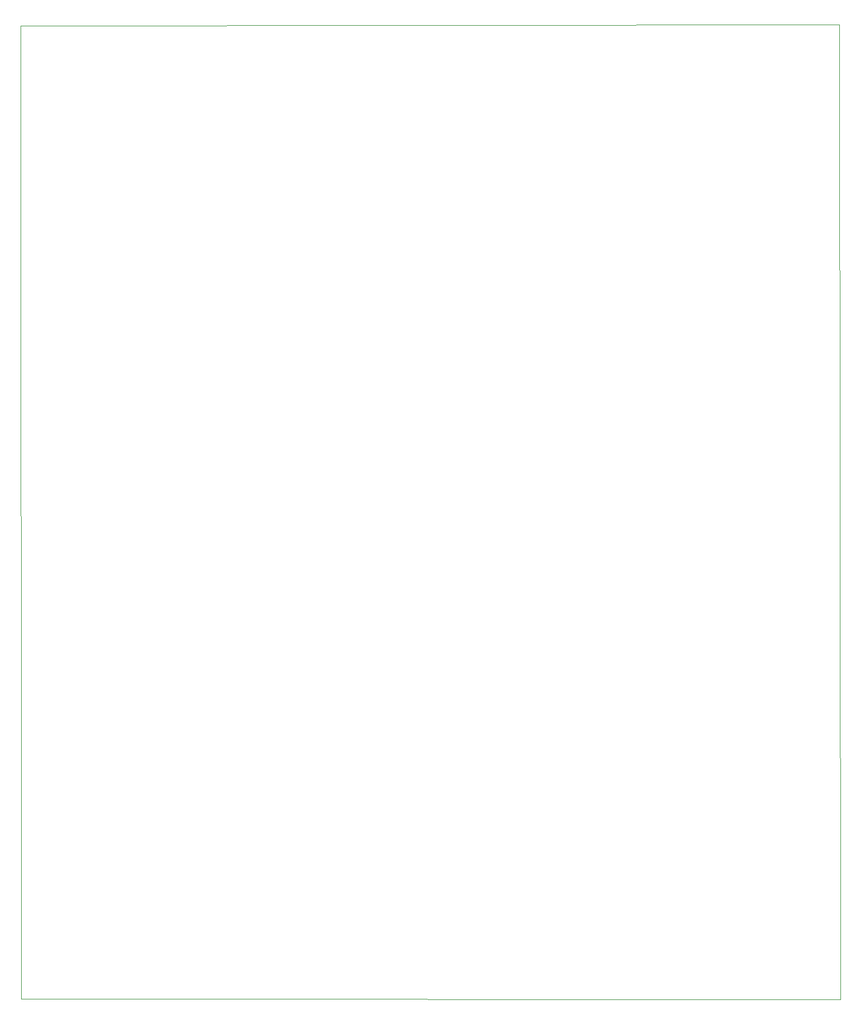
<source format=gbr>
G04 #@! TF.GenerationSoftware,KiCad,Pcbnew,9.0.0*
G04 #@! TF.CreationDate,2025-03-12T23:10:26-05:00*
G04 #@! TF.ProjectId,Portable Offline Translator,506f7274-6162-46c6-9520-4f66666c696e,rev?*
G04 #@! TF.SameCoordinates,Original*
G04 #@! TF.FileFunction,Profile,NP*
%FSLAX46Y46*%
G04 Gerber Fmt 4.6, Leading zero omitted, Abs format (unit mm)*
G04 Created by KiCad (PCBNEW 9.0.0) date 2025-03-12 23:10:26*
%MOMM*%
%LPD*%
G01*
G04 APERTURE LIST*
G04 #@! TA.AperFunction,Profile*
%ADD10C,0.050000*%
G04 #@! TD*
G04 APERTURE END LIST*
D10*
X77724000Y-14071600D02*
X77825600Y-158191200D01*
X198932800Y-13919200D02*
X199085200Y-158292800D01*
X199085200Y-158292800D02*
X77825600Y-158191200D01*
X198932800Y-13919200D02*
X77724000Y-14071600D01*
M02*

</source>
